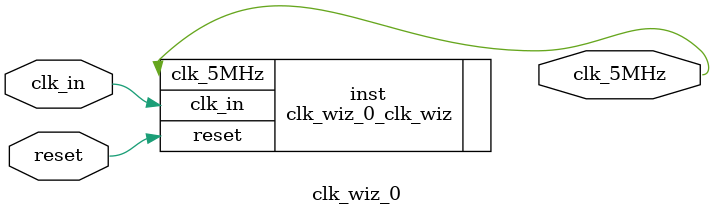
<source format=v>


`timescale 1ps/1ps

(* CORE_GENERATION_INFO = "clk_wiz_0,clk_wiz_v5_4_1_0,{component_name=clk_wiz_0,use_phase_alignment=true,use_min_o_jitter=false,use_max_i_jitter=false,use_dyn_phase_shift=false,use_inclk_switchover=false,use_dyn_reconfig=false,enable_axi=0,feedback_source=FDBK_AUTO,PRIMITIVE=MMCM,num_out_clk=1,clkin1_period=10.000,clkin2_period=10.000,use_power_down=false,use_reset=true,use_locked=false,use_inclk_stopped=false,feedback_type=SINGLE,CLOCK_MGR_TYPE=NA,manual_override=false}" *)

module clk_wiz_0 
 (
  // Clock out ports
  output        clk_5MHz,
  // Status and control signals
  input         reset,
 // Clock in ports
  input         clk_in
 );

  clk_wiz_0_clk_wiz inst
  (
  // Clock out ports  
  .clk_5MHz(clk_5MHz),
  // Status and control signals               
  .reset(reset), 
 // Clock in ports
  .clk_in(clk_in)
  );

endmodule

</source>
